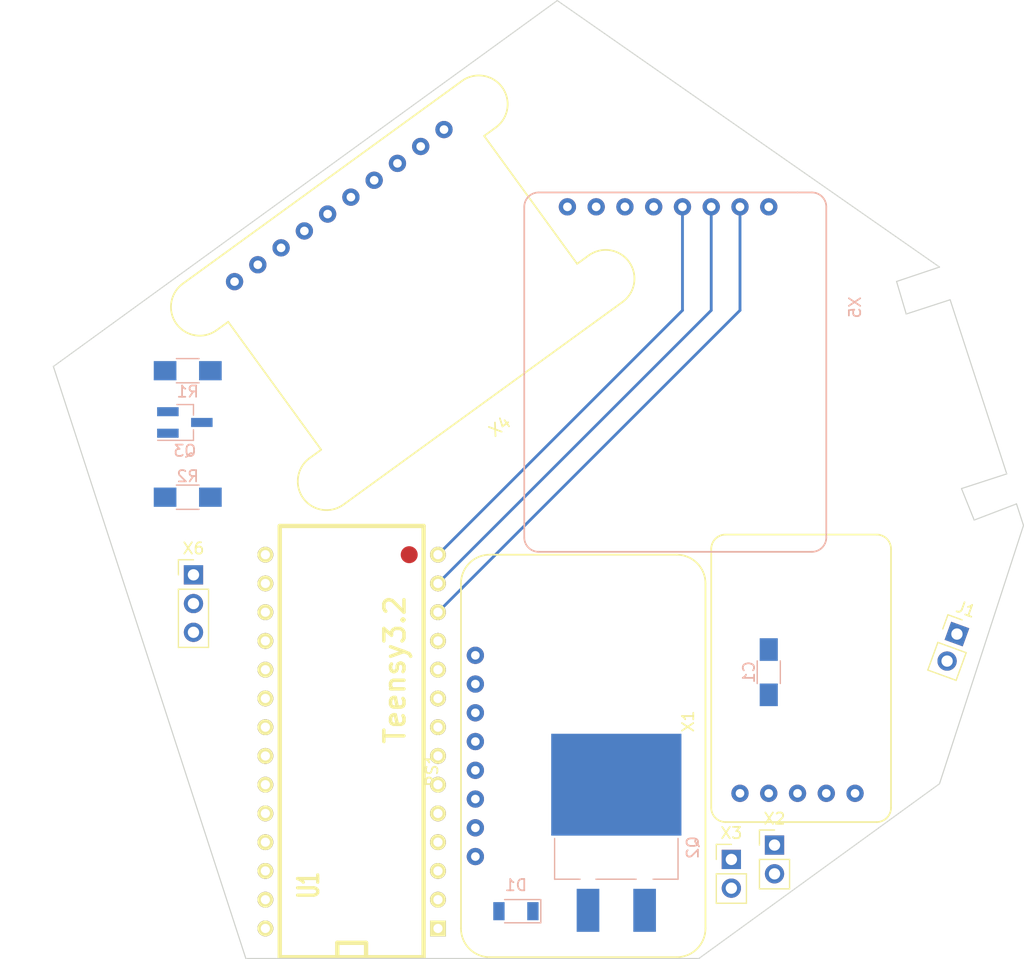
<source format=kicad_pcb>
(kicad_pcb (version 4) (host pcbnew 4.0.5)

  (general
    (links 33)
    (no_connects 30)
    (area 156.234421 25.159843 242.000055 109.896142)
    (thickness 1.6)
    (drawings 15)
    (tracks 7)
    (zones 0)
    (modules 15)
    (nets 51)
  )

  (page A4)
  (layers
    (0 F.Cu signal)
    (31 B.Cu signal)
    (32 B.Adhes user)
    (33 F.Adhes user)
    (34 B.Paste user)
    (35 F.Paste user)
    (36 B.SilkS user)
    (37 F.SilkS user)
    (38 B.Mask user)
    (39 F.Mask user)
    (40 Dwgs.User user)
    (41 Cmts.User user)
    (42 Eco1.User user)
    (43 Eco2.User user)
    (44 Edge.Cuts user)
    (45 Margin user)
    (46 B.CrtYd user)
    (47 F.CrtYd user)
    (48 B.Fab user)
    (49 F.Fab user)
  )

  (setup
    (last_trace_width 0.25)
    (trace_clearance 0.2)
    (zone_clearance 0.508)
    (zone_45_only no)
    (trace_min 0.2)
    (segment_width 0.2)
    (edge_width 0.15)
    (via_size 1.5)
    (via_drill 0.9)
    (via_min_size 0.4)
    (via_min_drill 0.3)
    (uvia_size 0.3)
    (uvia_drill 0.1)
    (uvias_allowed no)
    (uvia_min_size 0.2)
    (uvia_min_drill 0.1)
    (pcb_text_width 0.3)
    (pcb_text_size 1.5 1.5)
    (mod_edge_width 0.15)
    (mod_text_size 1 1)
    (mod_text_width 0.15)
    (pad_size 1.524 1.524)
    (pad_drill 0.762)
    (pad_to_mask_clearance 0.2)
    (aux_axis_origin 0 0)
    (visible_elements FFFFEF7F)
    (pcbplotparams
      (layerselection 0x00030_80000001)
      (usegerberextensions false)
      (excludeedgelayer true)
      (linewidth 0.100000)
      (plotframeref false)
      (viasonmask false)
      (mode 1)
      (useauxorigin false)
      (hpglpennumber 1)
      (hpglpenspeed 20)
      (hpglpendiameter 15)
      (hpglpenoverlay 2)
      (psnegative false)
      (psa4output false)
      (plotreference true)
      (plotvalue true)
      (plotinvisibletext false)
      (padsonsilk false)
      (subtractmaskfromsilk false)
      (outputformat 1)
      (mirror false)
      (drillshape 1)
      (scaleselection 1)
      (outputdirectory ""))
  )

  (net 0 "")
  (net 1 GND)
  (net 2 "Net-(D1-Pad1)")
  (net 3 +5V)
  (net 4 "Net-(Q2-Pad2)")
  (net 5 "Net-(Q3-Pad1)")
  (net 6 +3V3)
  (net 7 "Net-(Q3-Pad3)")
  (net 8 "Net-(U1-Pad2)")
  (net 9 "Net-(U1-Pad3)")
  (net 10 "Net-(U1-Pad4)")
  (net 11 "Net-(U1-Pad5)")
  (net 12 "Net-(U1-Pad6)")
  (net 13 "Net-(U1-Pad7)")
  (net 14 "Net-(U1-Pad8)")
  (net 15 "Net-(U1-Pad9)")
  (net 16 "Net-(U1-Pad10)")
  (net 17 "Net-(U1-Pad11)")
  (net 18 "Net-(U1-Pad12)")
  (net 19 "Net-(U1-Pad13)")
  (net 20 "Net-(U1-Pad14)")
  (net 21 "Net-(U1-Pad15)")
  (net 22 "Net-(U1-Pad16)")
  (net 23 "Net-(U1-Pad17)")
  (net 24 "Net-(U1-Pad18)")
  (net 25 "Net-(U1-Pad19)")
  (net 26 "Net-(U1-Pad20)")
  (net 27 "Net-(U1-Pad21)")
  (net 28 "Net-(U1-Pad22)")
  (net 29 "Net-(U1-Pad24)")
  (net 30 "Net-(U1-Pad25)")
  (net 31 "Net-(U1-Pad26)")
  (net 32 "Net-(U1-Pad27)")
  (net 33 "Net-(U1-Pad28)")
  (net 34 "Net-(U1-Pad29)")
  (net 35 "Net-(X5-Pad1)")
  (net 36 "Net-(X5-Pad7)")
  (net 37 "Net-(C1-Pad1)")
  (net 38 "Net-(PS1-Pad1)")
  (net 39 "Net-(PS1-Pad2)")
  (net 40 "Net-(PS1-Pad3)")
  (net 41 "Net-(PS1-Pad5)")
  (net 42 LB)
  (net 43 "Net-(Q2-Pad1)")
  (net 44 "Net-(X1-Pad3)")
  (net 45 "Net-(X4-Pad2)")
  (net 46 "Net-(X4-Pad6)")
  (net 47 "Net-(X4-Pad7)")
  (net 48 "Net-(X4-Pad8)")
  (net 49 "Net-(X4-Pad9)")
  (net 50 "Net-(X4-Pad10)")

  (net_class Default "This is the default net class."
    (clearance 0.2)
    (trace_width 0.25)
    (via_dia 1.5)
    (via_drill 0.9)
    (uvia_dia 0.3)
    (uvia_drill 0.1)
    (add_net +3V3)
    (add_net +5V)
    (add_net GND)
    (add_net LB)
    (add_net "Net-(C1-Pad1)")
    (add_net "Net-(D1-Pad1)")
    (add_net "Net-(PS1-Pad1)")
    (add_net "Net-(PS1-Pad2)")
    (add_net "Net-(PS1-Pad3)")
    (add_net "Net-(PS1-Pad5)")
    (add_net "Net-(Q2-Pad1)")
    (add_net "Net-(Q2-Pad2)")
    (add_net "Net-(Q3-Pad1)")
    (add_net "Net-(Q3-Pad3)")
    (add_net "Net-(U1-Pad10)")
    (add_net "Net-(U1-Pad11)")
    (add_net "Net-(U1-Pad12)")
    (add_net "Net-(U1-Pad13)")
    (add_net "Net-(U1-Pad14)")
    (add_net "Net-(U1-Pad15)")
    (add_net "Net-(U1-Pad16)")
    (add_net "Net-(U1-Pad17)")
    (add_net "Net-(U1-Pad18)")
    (add_net "Net-(U1-Pad19)")
    (add_net "Net-(U1-Pad2)")
    (add_net "Net-(U1-Pad20)")
    (add_net "Net-(U1-Pad21)")
    (add_net "Net-(U1-Pad22)")
    (add_net "Net-(U1-Pad24)")
    (add_net "Net-(U1-Pad25)")
    (add_net "Net-(U1-Pad26)")
    (add_net "Net-(U1-Pad27)")
    (add_net "Net-(U1-Pad28)")
    (add_net "Net-(U1-Pad29)")
    (add_net "Net-(U1-Pad3)")
    (add_net "Net-(U1-Pad4)")
    (add_net "Net-(U1-Pad5)")
    (add_net "Net-(U1-Pad6)")
    (add_net "Net-(U1-Pad7)")
    (add_net "Net-(U1-Pad8)")
    (add_net "Net-(U1-Pad9)")
    (add_net "Net-(X1-Pad3)")
    (add_net "Net-(X4-Pad10)")
    (add_net "Net-(X4-Pad2)")
    (add_net "Net-(X4-Pad6)")
    (add_net "Net-(X4-Pad7)")
    (add_net "Net-(X4-Pad8)")
    (add_net "Net-(X4-Pad9)")
    (add_net "Net-(X5-Pad1)")
    (add_net "Net-(X5-Pad7)")
  )

  (net_class Power ""
    (clearance 0.3)
    (trace_width 1)
    (via_dia 1.9)
    (via_drill 0.9)
    (uvia_dia 0.3)
    (uvia_drill 0.1)
  )

  (module adafruit:adafruit_PAM8302A (layer F.Cu) (tedit 58D12E57) (tstamp 58D146B5)
    (at 219.456 88.9 90)
    (path /58CE8183)
    (fp_text reference X1 (at 0 -7.12 90) (layer F.SilkS)
      (effects (font (size 1 1) (thickness 0.15)))
    )
    (fp_text value AdafruitPAM8302A (at 0 -8.12 90) (layer F.Fab)
      (effects (font (size 1 1) (thickness 0.15)))
    )
    (fp_arc (start -7.62 -3.81) (end -8.89 -3.81) (angle 90) (layer F.SilkS) (width 0.15))
    (fp_arc (start -7.62 9.525) (end -7.62 10.795) (angle 90) (layer F.SilkS) (width 0.15))
    (fp_arc (start 15.24 9.525) (end 16.51 9.525) (angle 90) (layer F.SilkS) (width 0.15))
    (fp_arc (start 15.24 -3.81) (end 15.24 -5.08) (angle 90) (layer F.SilkS) (width 0.15))
    (fp_line (start 15.24 10.795) (end -7.62 10.795) (layer F.SilkS) (width 0.15))
    (fp_line (start 16.51 -3.81) (end 16.51 9.525) (layer F.SilkS) (width 0.15))
    (fp_line (start -7.62 -5.08) (end 15.24 -5.08) (layer F.SilkS) (width 0.15))
    (fp_line (start -8.89 -3.81) (end -8.89 9.525) (layer F.SilkS) (width 0.15))
    (pad 1 thru_hole circle (at -6.35 -2.54 90) (size 1.524 1.524) (drill 0.762) (layers *.Cu *.Mask)
      (net 25 "Net-(U1-Pad19)"))
    (pad 2 thru_hole circle (at -6.35 0 90) (size 1.524 1.524) (drill 0.762) (layers *.Cu *.Mask)
      (net 1 GND))
    (pad 3 thru_hole circle (at -6.35 2.54 90) (size 1.524 1.524) (drill 0.762) (layers *.Cu *.Mask)
      (net 44 "Net-(X1-Pad3)"))
    (pad 4 thru_hole circle (at -6.35 5.08 90) (size 1.524 1.524) (drill 0.762) (layers *.Cu *.Mask)
      (net 3 +5V))
    (pad 5 thru_hole circle (at -6.35 7.62 90) (size 1.524 1.524) (drill 0.762) (layers *.Cu *.Mask)
      (net 1 GND))
  )

  (module Pin_Headers:Pin_Header_Straight_1x02_Pitch2.54mm (layer F.Cu) (tedit 58CD4EC1) (tstamp 58D0F626)
    (at 236.072731 81.179181 340)
    (descr "Through hole straight pin header, 1x02, 2.54mm pitch, single row")
    (tags "Through hole pin header THT 1x02 2.54mm single row")
    (path /58D147B0)
    (fp_text reference J1 (at 0 -2.33 340) (layer F.SilkS)
      (effects (font (size 1 1) (thickness 0.15)))
    )
    (fp_text value CONN_01X02 (at 0 4.87 340) (layer F.Fab)
      (effects (font (size 1 1) (thickness 0.15)))
    )
    (fp_line (start -1.27 -1.27) (end -1.27 3.81) (layer F.Fab) (width 0.1))
    (fp_line (start -1.27 3.81) (end 1.27 3.81) (layer F.Fab) (width 0.1))
    (fp_line (start 1.27 3.81) (end 1.27 -1.27) (layer F.Fab) (width 0.1))
    (fp_line (start 1.27 -1.27) (end -1.27 -1.27) (layer F.Fab) (width 0.1))
    (fp_line (start -1.33 1.27) (end -1.33 3.87) (layer F.SilkS) (width 0.12))
    (fp_line (start -1.33 3.87) (end 1.33 3.87) (layer F.SilkS) (width 0.12))
    (fp_line (start 1.33 3.87) (end 1.33 1.27) (layer F.SilkS) (width 0.12))
    (fp_line (start 1.33 1.27) (end -1.33 1.27) (layer F.SilkS) (width 0.12))
    (fp_line (start -1.33 0) (end -1.33 -1.33) (layer F.SilkS) (width 0.12))
    (fp_line (start -1.33 -1.33) (end 0 -1.33) (layer F.SilkS) (width 0.12))
    (fp_line (start -1.8 -1.8) (end -1.8 4.35) (layer F.CrtYd) (width 0.05))
    (fp_line (start -1.8 4.35) (end 1.8 4.35) (layer F.CrtYd) (width 0.05))
    (fp_line (start 1.8 4.35) (end 1.8 -1.8) (layer F.CrtYd) (width 0.05))
    (fp_line (start 1.8 -1.8) (end -1.8 -1.8) (layer F.CrtYd) (width 0.05))
    (fp_text user %R (at 0 -2.33 340) (layer F.Fab)
      (effects (font (size 1 1) (thickness 0.15)))
    )
    (pad 1 thru_hole rect (at 0 0 340) (size 1.7 1.7) (drill 1) (layers *.Cu *.Mask)
      (net 37 "Net-(C1-Pad1)"))
    (pad 2 thru_hole oval (at 0 2.54 340) (size 1.7 1.7) (drill 1) (layers *.Cu *.Mask)
      (net 1 GND))
    (model ${KISYS3DMOD}/Pin_Headers.3dshapes/Pin_Header_Straight_1x02_Pitch2.54mm.wrl
      (at (xyz 0 -0.05 0))
      (scale (xyz 1 1 1))
      (rotate (xyz 0 0 90))
    )
  )

  (module TO_SOT_Packages_SMD:SOT-404 (layer B.Cu) (tedit 58CE4E7F) (tstamp 58D0F62D)
    (at 205.994 100.038 90)
    (descr SOT404)
    (tags SOT-404)
    (path /58CFBE83)
    (attr smd)
    (fp_text reference Q2 (at 0 6.75 90) (layer B.SilkS)
      (effects (font (size 1 1) (thickness 0.15)) (justify mirror))
    )
    (fp_text value Q_NMOS_GDS (at 0 -6.95 90) (layer B.Fab)
      (effects (font (size 1 1) (thickness 0.15)) (justify mirror))
    )
    (fp_text user %R (at 1.16 0 90) (layer B.Fab)
      (effects (font (size 1 1) (thickness 0.15)) (justify mirror))
    )
    (fp_line (start -2.8 3.25) (end -2.8 5.45) (layer B.SilkS) (width 0.12))
    (fp_line (start -2.8 5.45) (end 0.8 5.45) (layer B.SilkS) (width 0.12))
    (fp_line (start -2.8 -1.8) (end -2.8 1.75) (layer B.SilkS) (width 0.12))
    (fp_line (start 0.8 -5.45) (end -2.8 -5.45) (layer B.SilkS) (width 0.12))
    (fp_line (start -2.8 -5.45) (end -2.8 -3.2) (layer B.SilkS) (width 0.12))
    (fp_line (start 6.97 5) (end 9.33 5) (layer B.Fab) (width 0.1))
    (fp_line (start 9.33 5) (end 9.33 -5) (layer B.Fab) (width 0.1))
    (fp_line (start 9.33 -5) (end 6.97 -5) (layer B.Fab) (width 0.1))
    (fp_line (start -7.01 -3) (end -2.68 -3) (layer B.Fab) (width 0.1))
    (fp_line (start -7.01 -1.99) (end -7.01 -3) (layer B.Fab) (width 0.1))
    (fp_line (start -2.68 -1.99) (end -7.01 -1.99) (layer B.Fab) (width 0.1))
    (fp_line (start -2.68 3) (end -7.01 3) (layer B.Fab) (width 0.1))
    (fp_line (start -7.01 3) (end -7.01 1.99) (layer B.Fab) (width 0.1))
    (fp_line (start -7.01 1.99) (end -2.68 1.99) (layer B.Fab) (width 0.1))
    (fp_line (start 6.97 5.35) (end 6.97 -5.35) (layer B.Fab) (width 0.1))
    (fp_line (start 6.97 -5.35) (end -2.68 -5.35) (layer B.Fab) (width 0.1))
    (fp_line (start -2.68 -5.35) (end -2.68 5.35) (layer B.Fab) (width 0.1))
    (fp_line (start -2.68 5.35) (end 6.97 5.35) (layer B.Fab) (width 0.1))
    (fp_line (start 10.3 6) (end 10.3 -6) (layer B.CrtYd) (width 0.05))
    (fp_line (start 10.3 6) (end -7.7 6) (layer B.CrtYd) (width 0.05))
    (fp_line (start -7.7 -6) (end 10.3 -6) (layer B.CrtYd) (width 0.05))
    (fp_line (start -7.7 -6) (end -7.7 6) (layer B.CrtYd) (width 0.05))
    (pad 1 smd rect (at -5.55 2.5 180) (size 2 3.8) (layers B.Cu B.Paste B.Mask)
      (net 43 "Net-(Q2-Pad1)"))
    (pad 3 smd rect (at -5.55 -2.5 180) (size 2 3.8) (layers B.Cu B.Paste B.Mask)
      (net 1 GND))
    (pad 2 smd rect (at 5.55 0 180) (size 11.5 9) (layers B.Cu B.Paste B.Mask)
      (net 4 "Net-(Q2-Pad2)"))
    (model ${KISYS3DMOD}/TO_SOT_Packages_SMD.3dshapes/SOT-404.wrl
      (at (xyz 0 0 0))
      (scale (xyz 1 1 1))
      (rotate (xyz 0 0 90))
    )
  )

  (module TO_SOT_Packages_SMD:SOT-23_Handsoldering (layer B.Cu) (tedit 58CE4E7E) (tstamp 58D0F634)
    (at 167.894 62.484)
    (descr "SOT-23, Handsoldering")
    (tags SOT-23)
    (path /58CFB975)
    (attr smd)
    (fp_text reference Q3 (at 0 2.5) (layer B.SilkS)
      (effects (font (size 1 1) (thickness 0.15)) (justify mirror))
    )
    (fp_text value Q_NMOS_GSD (at -11.3411 0.8636) (layer B.Fab)
      (effects (font (size 1 1) (thickness 0.15)) (justify mirror))
    )
    (fp_text user %R (at 0 0) (layer B.Fab)
      (effects (font (size 0.5 0.5) (thickness 0.075)) (justify mirror))
    )
    (fp_line (start 0.76 -1.58) (end 0.76 -0.65) (layer B.SilkS) (width 0.12))
    (fp_line (start 0.76 1.58) (end 0.76 0.65) (layer B.SilkS) (width 0.12))
    (fp_line (start -2.7 1.75) (end 2.7 1.75) (layer B.CrtYd) (width 0.05))
    (fp_line (start 2.7 1.75) (end 2.7 -1.75) (layer B.CrtYd) (width 0.05))
    (fp_line (start 2.7 -1.75) (end -2.7 -1.75) (layer B.CrtYd) (width 0.05))
    (fp_line (start -2.7 -1.75) (end -2.7 1.75) (layer B.CrtYd) (width 0.05))
    (fp_line (start 0.76 1.58) (end -2.4 1.58) (layer B.SilkS) (width 0.12))
    (fp_line (start -0.7 0.95) (end -0.7 -1.5) (layer B.Fab) (width 0.1))
    (fp_line (start -0.15 1.52) (end 0.7 1.52) (layer B.Fab) (width 0.1))
    (fp_line (start -0.7 0.95) (end -0.15 1.52) (layer B.Fab) (width 0.1))
    (fp_line (start 0.7 1.52) (end 0.7 -1.52) (layer B.Fab) (width 0.1))
    (fp_line (start -0.7 -1.52) (end 0.7 -1.52) (layer B.Fab) (width 0.1))
    (fp_line (start 0.76 -1.58) (end -0.7 -1.58) (layer B.SilkS) (width 0.12))
    (pad 1 smd rect (at -1.5 0.95) (size 1.9 0.8) (layers B.Cu B.Paste B.Mask)
      (net 5 "Net-(Q3-Pad1)"))
    (pad 2 smd rect (at -1.5 -0.95) (size 1.9 0.8) (layers B.Cu B.Paste B.Mask)
      (net 6 +3V3))
    (pad 3 smd rect (at 1.5 0) (size 1.9 0.8) (layers B.Cu B.Paste B.Mask)
      (net 7 "Net-(Q3-Pad3)"))
    (model ${KISYS3DMOD}/TO_SOT_Packages_SMD.3dshapes\SOT-23_Handsoldering.wrl
      (at (xyz 0 0 0))
      (scale (xyz 1 1 1))
      (rotate (xyz 0 0 90))
    )
  )

  (module teensy:TEENSY-3.X (layer F.Cu) (tedit 5452033C) (tstamp 58D0F661)
    (at 182.626 90.678 90)
    (descr "Teensy 3.x")
    (tags DIL)
    (path /58CE54FA)
    (fp_text reference U1 (at -12.7 -3.81 90) (layer F.SilkS)
      (effects (font (size 1.778 1.143) (thickness 0.3048)))
    )
    (fp_text value Teensy3.2 (at 6.35 3.81 90) (layer F.SilkS)
      (effects (font (size 1.778 1.778) (thickness 0.3048)))
    )
    (fp_line (start -19.05 -1.27) (end -19.05 -1.27) (layer F.SilkS) (width 0.381))
    (fp_line (start -19.05 -1.27) (end -17.78 -1.27) (layer F.SilkS) (width 0.381))
    (fp_line (start -17.78 -1.27) (end -17.78 1.27) (layer F.SilkS) (width 0.381))
    (fp_line (start -17.78 1.27) (end -19.05 1.27) (layer F.SilkS) (width 0.381))
    (fp_line (start -19.05 -6.35) (end 19.05 -6.35) (layer F.SilkS) (width 0.381))
    (fp_line (start 19.05 -6.35) (end 19.05 6.35) (layer F.SilkS) (width 0.381))
    (fp_line (start 19.05 6.35) (end -19.05 6.35) (layer F.SilkS) (width 0.381))
    (fp_line (start -19.05 6.35) (end -19.05 -6.35) (layer F.SilkS) (width 0.381))
    (pad 1 thru_hole rect (at -16.51 7.62 90) (size 1.397 1.397) (drill 0.8128) (layers *.Cu *.Mask F.SilkS)
      (net 1 GND))
    (pad 2 thru_hole circle (at -13.97 7.62 90) (size 1.397 1.397) (drill 0.8128) (layers *.Cu *.Mask F.SilkS)
      (net 8 "Net-(U1-Pad2)"))
    (pad 3 thru_hole circle (at -11.43 7.62 90) (size 1.397 1.397) (drill 0.8128) (layers *.Cu *.Mask F.SilkS)
      (net 9 "Net-(U1-Pad3)"))
    (pad 4 thru_hole circle (at -8.89 7.62 90) (size 1.397 1.397) (drill 0.8128) (layers *.Cu *.Mask F.SilkS)
      (net 10 "Net-(U1-Pad4)"))
    (pad 5 thru_hole circle (at -6.35 7.62 90) (size 1.397 1.397) (drill 0.8128) (layers *.Cu *.Mask F.SilkS)
      (net 11 "Net-(U1-Pad5)"))
    (pad 6 thru_hole circle (at -3.81 7.62 90) (size 1.397 1.397) (drill 0.8128) (layers *.Cu *.Mask F.SilkS)
      (net 12 "Net-(U1-Pad6)"))
    (pad 7 thru_hole circle (at -1.27 7.62 90) (size 1.397 1.397) (drill 0.8128) (layers *.Cu *.Mask F.SilkS)
      (net 13 "Net-(U1-Pad7)"))
    (pad 8 thru_hole circle (at 1.27 7.62 90) (size 1.397 1.397) (drill 0.8128) (layers *.Cu *.Mask F.SilkS)
      (net 14 "Net-(U1-Pad8)"))
    (pad 9 thru_hole circle (at 3.81 7.62 90) (size 1.397 1.397) (drill 0.8128) (layers *.Cu *.Mask F.SilkS)
      (net 15 "Net-(U1-Pad9)"))
    (pad 10 thru_hole circle (at 6.35 7.62 90) (size 1.397 1.397) (drill 0.8128) (layers *.Cu *.Mask F.SilkS)
      (net 16 "Net-(U1-Pad10)"))
    (pad 11 thru_hole circle (at 8.89 7.62 90) (size 1.397 1.397) (drill 0.8128) (layers *.Cu *.Mask F.SilkS)
      (net 17 "Net-(U1-Pad11)"))
    (pad 12 thru_hole circle (at 11.43 7.62 90) (size 1.397 1.397) (drill 0.8128) (layers *.Cu *.Mask F.SilkS)
      (net 18 "Net-(U1-Pad12)"))
    (pad 13 thru_hole circle (at 13.97 7.62 90) (size 1.397 1.397) (drill 0.8128) (layers *.Cu *.Mask F.SilkS)
      (net 19 "Net-(U1-Pad13)"))
    (pad 14 thru_hole circle (at 16.51 7.62 90) (size 1.397 1.397) (drill 0.8128) (layers *.Cu *.Mask F.SilkS)
      (net 20 "Net-(U1-Pad14)"))
    (pad 15 thru_hole circle (at 16.51 -7.62 90) (size 1.397 1.397) (drill 0.8128) (layers *.Cu *.Mask F.SilkS)
      (net 21 "Net-(U1-Pad15)"))
    (pad 16 thru_hole circle (at 13.97 -7.62 90) (size 1.397 1.397) (drill 0.8128) (layers *.Cu *.Mask F.SilkS)
      (net 22 "Net-(U1-Pad16)"))
    (pad 17 thru_hole circle (at 11.43 -7.62 90) (size 1.397 1.397) (drill 0.8128) (layers *.Cu *.Mask F.SilkS)
      (net 23 "Net-(U1-Pad17)"))
    (pad 18 thru_hole circle (at 8.89 -7.62 90) (size 1.397 1.397) (drill 0.8128) (layers *.Cu *.Mask F.SilkS)
      (net 24 "Net-(U1-Pad18)"))
    (pad 19 thru_hole circle (at 6.35 -7.62 90) (size 1.397 1.397) (drill 0.8128) (layers *.Cu *.Mask F.SilkS)
      (net 25 "Net-(U1-Pad19)"))
    (pad 20 thru_hole circle (at 3.81 -7.62 90) (size 1.397 1.397) (drill 0.8128) (layers *.Cu *.Mask F.SilkS)
      (net 26 "Net-(U1-Pad20)"))
    (pad 21 thru_hole circle (at 1.27 -7.62 90) (size 1.397 1.397) (drill 0.8128) (layers *.Cu *.Mask F.SilkS)
      (net 27 "Net-(U1-Pad21)"))
    (pad 22 thru_hole circle (at -1.27 -7.62 90) (size 1.397 1.397) (drill 0.8128) (layers *.Cu *.Mask F.SilkS)
      (net 28 "Net-(U1-Pad22)"))
    (pad 23 thru_hole circle (at -3.81 -7.62 90) (size 1.397 1.397) (drill 0.8128) (layers *.Cu *.Mask F.SilkS)
      (net 4 "Net-(Q2-Pad2)"))
    (pad 24 thru_hole circle (at -6.35 -7.62 90) (size 1.397 1.397) (drill 0.8128) (layers *.Cu *.Mask F.SilkS)
      (net 29 "Net-(U1-Pad24)"))
    (pad 25 thru_hole circle (at -8.89 -7.62 90) (size 1.397 1.397) (drill 0.8128) (layers *.Cu *.Mask F.SilkS)
      (net 30 "Net-(U1-Pad25)"))
    (pad 26 thru_hole circle (at -11.43 -7.62 90) (size 1.397 1.397) (drill 0.8128) (layers *.Cu *.Mask F.SilkS)
      (net 31 "Net-(U1-Pad26)"))
    (pad 27 thru_hole circle (at -13.97 -7.62 90) (size 1.397 1.397) (drill 0.8128) (layers *.Cu *.Mask F.SilkS)
      (net 32 "Net-(U1-Pad27)"))
    (pad 28 thru_hole circle (at -16.51 -7.62 90) (size 1.397 1.397) (drill 0.8128) (layers *.Cu *.Mask F.SilkS)
      (net 33 "Net-(U1-Pad28)"))
    (pad 29 smd circle (at 16.51 5.08 90) (size 1.5 1.5) (layers F.Cu F.Paste F.Mask)
      (net 34 "Net-(U1-Pad29)"))
    (model dil/dil_28-w600.wrl
      (at (xyz 0 0 0))
      (scale (xyz 1 1 1))
      (rotate (xyz 0 0 0))
    )
  )

  (module Pin_Headers:Pin_Header_Straight_1x02_Pitch2.54mm (layer F.Cu) (tedit 58CD4EC1) (tstamp 58D0F667)
    (at 219.964 99.822)
    (descr "Through hole straight pin header, 1x02, 2.54mm pitch, single row")
    (tags "Through hole pin header THT 1x02 2.54mm single row")
    (path /58CFC6F6)
    (fp_text reference X2 (at 0 -2.33) (layer F.SilkS)
      (effects (font (size 1 1) (thickness 0.15)))
    )
    (fp_text value vibr_motor (at 0 4.87) (layer F.Fab)
      (effects (font (size 1 1) (thickness 0.15)))
    )
    (fp_line (start -1.27 -1.27) (end -1.27 3.81) (layer F.Fab) (width 0.1))
    (fp_line (start -1.27 3.81) (end 1.27 3.81) (layer F.Fab) (width 0.1))
    (fp_line (start 1.27 3.81) (end 1.27 -1.27) (layer F.Fab) (width 0.1))
    (fp_line (start 1.27 -1.27) (end -1.27 -1.27) (layer F.Fab) (width 0.1))
    (fp_line (start -1.33 1.27) (end -1.33 3.87) (layer F.SilkS) (width 0.12))
    (fp_line (start -1.33 3.87) (end 1.33 3.87) (layer F.SilkS) (width 0.12))
    (fp_line (start 1.33 3.87) (end 1.33 1.27) (layer F.SilkS) (width 0.12))
    (fp_line (start 1.33 1.27) (end -1.33 1.27) (layer F.SilkS) (width 0.12))
    (fp_line (start -1.33 0) (end -1.33 -1.33) (layer F.SilkS) (width 0.12))
    (fp_line (start -1.33 -1.33) (end 0 -1.33) (layer F.SilkS) (width 0.12))
    (fp_line (start -1.8 -1.8) (end -1.8 4.35) (layer F.CrtYd) (width 0.05))
    (fp_line (start -1.8 4.35) (end 1.8 4.35) (layer F.CrtYd) (width 0.05))
    (fp_line (start 1.8 4.35) (end 1.8 -1.8) (layer F.CrtYd) (width 0.05))
    (fp_line (start 1.8 -1.8) (end -1.8 -1.8) (layer F.CrtYd) (width 0.05))
    (fp_text user %R (at 0 -2.33) (layer F.Fab)
      (effects (font (size 1 1) (thickness 0.15)))
    )
    (pad 1 thru_hole rect (at 0 0) (size 1.7 1.7) (drill 1) (layers *.Cu *.Mask)
      (net 43 "Net-(Q2-Pad1)"))
    (pad 2 thru_hole oval (at 0 2.54) (size 1.7 1.7) (drill 1) (layers *.Cu *.Mask)
      (net 6 +3V3))
    (model ${KISYS3DMOD}/Pin_Headers.3dshapes/Pin_Header_Straight_1x02_Pitch2.54mm.wrl
      (at (xyz 0 -0.05 0))
      (scale (xyz 1 1 1))
      (rotate (xyz 0 0 90))
    )
  )

  (module Pin_Headers:Pin_Header_Straight_1x02_Pitch2.54mm (layer F.Cu) (tedit 58CD4EC1) (tstamp 58D0F66D)
    (at 216.154 101.092)
    (descr "Through hole straight pin header, 1x02, 2.54mm pitch, single row")
    (tags "Through hole pin header THT 1x02 2.54mm single row")
    (path /58CE86CC)
    (fp_text reference X3 (at 0 -2.33) (layer F.SilkS)
      (effects (font (size 1 1) (thickness 0.15)))
    )
    (fp_text value vibr_motor (at 0 4.87) (layer F.Fab)
      (effects (font (size 1 1) (thickness 0.15)))
    )
    (fp_line (start -1.27 -1.27) (end -1.27 3.81) (layer F.Fab) (width 0.1))
    (fp_line (start -1.27 3.81) (end 1.27 3.81) (layer F.Fab) (width 0.1))
    (fp_line (start 1.27 3.81) (end 1.27 -1.27) (layer F.Fab) (width 0.1))
    (fp_line (start 1.27 -1.27) (end -1.27 -1.27) (layer F.Fab) (width 0.1))
    (fp_line (start -1.33 1.27) (end -1.33 3.87) (layer F.SilkS) (width 0.12))
    (fp_line (start -1.33 3.87) (end 1.33 3.87) (layer F.SilkS) (width 0.12))
    (fp_line (start 1.33 3.87) (end 1.33 1.27) (layer F.SilkS) (width 0.12))
    (fp_line (start 1.33 1.27) (end -1.33 1.27) (layer F.SilkS) (width 0.12))
    (fp_line (start -1.33 0) (end -1.33 -1.33) (layer F.SilkS) (width 0.12))
    (fp_line (start -1.33 -1.33) (end 0 -1.33) (layer F.SilkS) (width 0.12))
    (fp_line (start -1.8 -1.8) (end -1.8 4.35) (layer F.CrtYd) (width 0.05))
    (fp_line (start -1.8 4.35) (end 1.8 4.35) (layer F.CrtYd) (width 0.05))
    (fp_line (start 1.8 4.35) (end 1.8 -1.8) (layer F.CrtYd) (width 0.05))
    (fp_line (start 1.8 -1.8) (end -1.8 -1.8) (layer F.CrtYd) (width 0.05))
    (fp_text user %R (at 0 -2.33) (layer F.Fab)
      (effects (font (size 1 1) (thickness 0.15)))
    )
    (pad 1 thru_hole rect (at 0 0) (size 1.7 1.7) (drill 1) (layers *.Cu *.Mask)
      (net 43 "Net-(Q2-Pad1)"))
    (pad 2 thru_hole oval (at 0 2.54) (size 1.7 1.7) (drill 1) (layers *.Cu *.Mask)
      (net 6 +3V3))
    (model ${KISYS3DMOD}/Pin_Headers.3dshapes/Pin_Header_Straight_1x02_Pitch2.54mm.wrl
      (at (xyz 0 -0.05 0))
      (scale (xyz 1 1 1))
      (rotate (xyz 0 0 90))
    )
  )

  (module Pin_Headers:Pin_Header_Straight_1x03_Pitch2.54mm (layer F.Cu) (tedit 58CD4EC1) (tstamp 58D0F674)
    (at 168.656 75.946)
    (descr "Through hole straight pin header, 1x03, 2.54mm pitch, single row")
    (tags "Through hole pin header THT 1x03 2.54mm single row")
    (path /58CE7C62)
    (fp_text reference X6 (at 0 -2.33) (layer F.SilkS)
      (effects (font (size 1 1) (thickness 0.15)))
    )
    (fp_text value NeopixelConn (at 0 7.41) (layer F.Fab)
      (effects (font (size 1 1) (thickness 0.15)))
    )
    (fp_line (start -1.27 -1.27) (end -1.27 6.35) (layer F.Fab) (width 0.1))
    (fp_line (start -1.27 6.35) (end 1.27 6.35) (layer F.Fab) (width 0.1))
    (fp_line (start 1.27 6.35) (end 1.27 -1.27) (layer F.Fab) (width 0.1))
    (fp_line (start 1.27 -1.27) (end -1.27 -1.27) (layer F.Fab) (width 0.1))
    (fp_line (start -1.33 1.27) (end -1.33 6.41) (layer F.SilkS) (width 0.12))
    (fp_line (start -1.33 6.41) (end 1.33 6.41) (layer F.SilkS) (width 0.12))
    (fp_line (start 1.33 6.41) (end 1.33 1.27) (layer F.SilkS) (width 0.12))
    (fp_line (start 1.33 1.27) (end -1.33 1.27) (layer F.SilkS) (width 0.12))
    (fp_line (start -1.33 0) (end -1.33 -1.33) (layer F.SilkS) (width 0.12))
    (fp_line (start -1.33 -1.33) (end 0 -1.33) (layer F.SilkS) (width 0.12))
    (fp_line (start -1.8 -1.8) (end -1.8 6.85) (layer F.CrtYd) (width 0.05))
    (fp_line (start -1.8 6.85) (end 1.8 6.85) (layer F.CrtYd) (width 0.05))
    (fp_line (start 1.8 6.85) (end 1.8 -1.8) (layer F.CrtYd) (width 0.05))
    (fp_line (start 1.8 -1.8) (end -1.8 -1.8) (layer F.CrtYd) (width 0.05))
    (fp_text user %R (at 0 -2.33) (layer F.Fab)
      (effects (font (size 1 1) (thickness 0.15)))
    )
    (pad 1 thru_hole rect (at 0 0) (size 1.7 1.7) (drill 1) (layers *.Cu *.Mask)
      (net 5 "Net-(Q3-Pad1)"))
    (pad 2 thru_hole oval (at 0 2.54) (size 1.7 1.7) (drill 1) (layers *.Cu *.Mask)
      (net 3 +5V))
    (pad 3 thru_hole oval (at 0 5.08) (size 1.7 1.7) (drill 1) (layers *.Cu *.Mask)
      (net 1 GND))
    (model ${KISYS3DMOD}/Pin_Headers.3dshapes/Pin_Header_Straight_1x03_Pitch2.54mm.wrl
      (at (xyz 0 -0.1 0))
      (scale (xyz 1 1 1))
      (rotate (xyz 0 0 90))
    )
  )

  (module adafruit:adafruit_5v_microsd_breakout (layer B.Cu) (tedit 58D101B8) (tstamp 58D1049C)
    (at 210.566 52.324 90)
    (path /58CE6620)
    (fp_text reference X5 (at 0 16.51 90) (layer B.SilkS)
      (effects (font (size 1 1) (thickness 0.15)) (justify mirror))
    )
    (fp_text value Adafruit5VmicroSD (at 0 19.05 90) (layer B.Fab)
      (effects (font (size 1 1) (thickness 0.15)) (justify mirror))
    )
    (fp_arc (start 8.89 -11.43) (end 10.16 -11.43) (angle -90) (layer B.SilkS) (width 0.15))
    (fp_arc (start -20.32 -11.43) (end -20.32 -12.7) (angle -90) (layer B.SilkS) (width 0.15))
    (fp_arc (start -20.32 12.7) (end -21.59 12.7) (angle -90) (layer B.SilkS) (width 0.15))
    (fp_arc (start 8.89 12.7) (end 8.89 13.97) (angle -90) (layer B.SilkS) (width 0.15))
    (fp_line (start 10.16 12.7) (end 10.16 11.43) (layer B.SilkS) (width 0.15))
    (fp_line (start -20.32 13.97) (end 8.89 13.97) (layer B.SilkS) (width 0.15))
    (fp_line (start -21.59 -11.43) (end -21.59 12.7) (layer B.SilkS) (width 0.15))
    (fp_line (start 8.89 -12.7) (end -20.32 -12.7) (layer B.SilkS) (width 0.15))
    (fp_line (start 10.16 11.43) (end 10.16 -11.43) (layer B.SilkS) (width 0.15))
    (pad 1 thru_hole circle (at 8.89 8.89 90) (size 1.524 1.524) (drill 0.762) (layers *.Cu *.Mask)
      (net 35 "Net-(X5-Pad1)"))
    (pad 2 thru_hole circle (at 8.89 6.35 90) (size 1.524 1.524) (drill 0.762) (layers *.Cu *.Mask)
      (net 18 "Net-(U1-Pad12)"))
    (pad 3 thru_hole circle (at 8.89 3.81 90) (size 1.524 1.524) (drill 0.762) (layers *.Cu *.Mask)
      (net 19 "Net-(U1-Pad13)"))
    (pad 4 thru_hole circle (at 8.89 1.27 90) (size 1.524 1.524) (drill 0.762) (layers *.Cu *.Mask)
      (net 20 "Net-(U1-Pad14)"))
    (pad 5 thru_hole circle (at 8.89 -1.27 90) (size 1.524 1.524) (drill 0.762) (layers *.Cu *.Mask)
      (net 26 "Net-(U1-Pad20)"))
    (pad 6 thru_hole circle (at 8.89 -3.81 90) (size 1.524 1.524) (drill 0.762) (layers *.Cu *.Mask)
      (net 1 GND))
    (pad 7 thru_hole circle (at 8.89 -6.35 90) (size 1.524 1.524) (drill 0.762) (layers *.Cu *.Mask)
      (net 36 "Net-(X5-Pad7)"))
    (pad 8 thru_hole circle (at 8.89 -8.89 90) (size 1.524 1.524) (drill 0.762) (layers *.Cu *.Mask)
      (net 3 +5V))
  )

  (module Capacitors_SMD:C_1206_HandSoldering (layer B.Cu) (tedit 58AA84D1) (tstamp 58D14681)
    (at 219.456 84.55 270)
    (descr "Capacitor SMD 1206, hand soldering")
    (tags "capacitor 1206")
    (path /58D15FD7)
    (attr smd)
    (fp_text reference C1 (at 0 1.75 270) (layer B.SilkS)
      (effects (font (size 1 1) (thickness 0.15)) (justify mirror))
    )
    (fp_text value C (at 0 -2 270) (layer B.Fab)
      (effects (font (size 1 1) (thickness 0.15)) (justify mirror))
    )
    (fp_text user %R (at 0 1.75 270) (layer B.Fab)
      (effects (font (size 1 1) (thickness 0.15)) (justify mirror))
    )
    (fp_line (start -1.6 -0.8) (end -1.6 0.8) (layer B.Fab) (width 0.1))
    (fp_line (start 1.6 -0.8) (end -1.6 -0.8) (layer B.Fab) (width 0.1))
    (fp_line (start 1.6 0.8) (end 1.6 -0.8) (layer B.Fab) (width 0.1))
    (fp_line (start -1.6 0.8) (end 1.6 0.8) (layer B.Fab) (width 0.1))
    (fp_line (start 1 1.02) (end -1 1.02) (layer B.SilkS) (width 0.12))
    (fp_line (start -1 -1.02) (end 1 -1.02) (layer B.SilkS) (width 0.12))
    (fp_line (start -3.25 1.05) (end 3.25 1.05) (layer B.CrtYd) (width 0.05))
    (fp_line (start -3.25 1.05) (end -3.25 -1.05) (layer B.CrtYd) (width 0.05))
    (fp_line (start 3.25 -1.05) (end 3.25 1.05) (layer B.CrtYd) (width 0.05))
    (fp_line (start 3.25 -1.05) (end -3.25 -1.05) (layer B.CrtYd) (width 0.05))
    (pad 1 smd rect (at -2 0 270) (size 2 1.6) (layers B.Cu B.Paste B.Mask)
      (net 37 "Net-(C1-Pad1)"))
    (pad 2 smd rect (at 2 0 270) (size 2 1.6) (layers B.Cu B.Paste B.Mask)
      (net 1 GND))
    (model Capacitors_SMD.3dshapes/C_1206.wrl
      (at (xyz 0 0 0))
      (scale (xyz 1 1 1))
      (rotate (xyz 0 0 0))
    )
  )

  (module Diodes_SMD:D_1206 (layer B.Cu) (tedit 587F7EF9) (tstamp 58D14682)
    (at 197.128 105.664 180)
    (descr "Diode SMD 1206, reflow soldering")
    (tags "Diode 1206")
    (path /58CFC70F)
    (attr smd)
    (fp_text reference D1 (at 0 2.3 180) (layer B.SilkS)
      (effects (font (size 1 1) (thickness 0.15)) (justify mirror))
    )
    (fp_text value D (at 0 -2.3 180) (layer B.Fab)
      (effects (font (size 1 1) (thickness 0.15)) (justify mirror))
    )
    (fp_line (start -0.254 0.254) (end -0.254 -0.254) (layer B.Fab) (width 0.1))
    (fp_line (start 0.127 0) (end 0.381 0) (layer B.Fab) (width 0.1))
    (fp_line (start -0.254 0) (end -0.508 0) (layer B.Fab) (width 0.1))
    (fp_line (start 0.127 -0.254) (end -0.254 0) (layer B.Fab) (width 0.1))
    (fp_line (start 0.127 0.254) (end 0.127 -0.254) (layer B.Fab) (width 0.1))
    (fp_line (start -0.254 0) (end 0.127 0.254) (layer B.Fab) (width 0.1))
    (fp_line (start -2.2 1.016) (end -2.2 -1.016) (layer B.SilkS) (width 0.12))
    (fp_line (start -1.6 -0.8) (end -1.6 0.8) (layer B.Fab) (width 0.1))
    (fp_line (start 1.6 -0.8) (end -1.6 -0.8) (layer B.Fab) (width 0.1))
    (fp_line (start 1.6 0.8) (end 1.6 -0.8) (layer B.Fab) (width 0.1))
    (fp_line (start -1.6 0.8) (end 1.6 0.8) (layer B.Fab) (width 0.1))
    (fp_line (start -2.3 1.15) (end 2.3 1.15) (layer B.CrtYd) (width 0.05))
    (fp_line (start -2.3 -1.15) (end 2.3 -1.15) (layer B.CrtYd) (width 0.05))
    (fp_line (start -2.3 1.15) (end -2.3 -1.15) (layer B.CrtYd) (width 0.05))
    (fp_line (start 2.3 1.15) (end 2.3 -1.15) (layer B.CrtYd) (width 0.05))
    (fp_line (start 1 1.025) (end -2.2 1.025) (layer B.SilkS) (width 0.12))
    (fp_line (start -2.2 -1.025) (end 1 -1.025) (layer B.SilkS) (width 0.12))
    (pad 1 smd rect (at -1.5 0 180) (size 1 1.6) (layers B.Cu B.Paste B.Mask)
      (net 2 "Net-(D1-Pad1)"))
    (pad 2 smd rect (at 1.5 0 180) (size 1 1.6) (layers B.Cu B.Paste B.Mask)
      (net 1 GND))
  )

  (module adafruit:adafruit_powerboost_500 (layer F.Cu) (tedit 58D13338) (tstamp 58D1469A)
    (at 202.438 93.218 90)
    (path /58D144FE)
    (fp_text reference PS1 (at 0 -12.7 90) (layer F.SilkS)
      (effects (font (size 1 1) (thickness 0.15)))
    )
    (fp_text value AdafruitPowerboost500 (at 0 -15.24 90) (layer F.Fab)
      (effects (font (size 1 1) (thickness 0.15)))
    )
    (fp_arc (start -13.97 8.89) (end -13.97 11.43) (angle 90) (layer F.SilkS) (width 0.15))
    (fp_arc (start 16.51 8.89) (end 19.05 8.89) (angle 90) (layer F.SilkS) (width 0.15))
    (fp_arc (start 16.51 -7.62) (end 16.51 -10.16) (angle 90) (layer F.SilkS) (width 0.15))
    (fp_arc (start -13.97 -7.62) (end -16.51 -7.62) (angle 90) (layer F.SilkS) (width 0.15))
    (fp_line (start -16.51 8.89) (end -16.51 -7.62) (layer F.SilkS) (width 0.15))
    (fp_line (start 16.51 11.43) (end -13.97 11.43) (layer F.SilkS) (width 0.15))
    (fp_line (start 19.05 -7.62) (end 19.05 8.89) (layer F.SilkS) (width 0.15))
    (fp_line (start -13.97 -10.16) (end 16.51 -10.16) (layer F.SilkS) (width 0.15))
    (pad 1 thru_hole circle (at -7.62 -8.89 90) (size 1.524 1.524) (drill 0.762) (layers *.Cu *.Mask)
      (net 38 "Net-(PS1-Pad1)"))
    (pad 2 thru_hole circle (at -5.08 -8.89 90) (size 1.524 1.524) (drill 0.762) (layers *.Cu *.Mask)
      (net 39 "Net-(PS1-Pad2)"))
    (pad 3 thru_hole circle (at -2.54 -8.89 90) (size 1.524 1.524) (drill 0.762) (layers *.Cu *.Mask)
      (net 40 "Net-(PS1-Pad3)"))
    (pad 4 thru_hole circle (at 0 -8.89 90) (size 1.524 1.524) (drill 0.762) (layers *.Cu *.Mask)
      (net 37 "Net-(C1-Pad1)"))
    (pad 5 thru_hole circle (at 2.54 -8.89 90) (size 1.524 1.524) (drill 0.762) (layers *.Cu *.Mask)
      (net 41 "Net-(PS1-Pad5)"))
    (pad 6 thru_hole circle (at 5.08 -8.89 90) (size 1.524 1.524) (drill 0.762) (layers *.Cu *.Mask)
      (net 42 LB))
    (pad 7 thru_hole circle (at 7.62 -8.89 90) (size 1.524 1.524) (drill 0.762) (layers *.Cu *.Mask)
      (net 1 GND))
    (pad 8 thru_hole circle (at 10.16 -8.89 90) (size 1.524 1.524) (drill 0.762) (layers *.Cu *.Mask)
      (net 3 +5V))
  )

  (module Resistors_SMD:R_1206_HandSoldering (layer B.Cu) (tedit 58AADA36) (tstamp 58D1469B)
    (at 168.148 57.912)
    (descr "Resistor SMD 1206, hand soldering")
    (tags "resistor 1206")
    (path /58CFBA68)
    (attr smd)
    (fp_text reference R1 (at 0 1.85) (layer B.SilkS)
      (effects (font (size 1 1) (thickness 0.15)) (justify mirror))
    )
    (fp_text value 33k (at 0 -1.9) (layer B.Fab)
      (effects (font (size 1 1) (thickness 0.15)) (justify mirror))
    )
    (fp_text user %R (at 0 1.85) (layer B.Fab)
      (effects (font (size 1 1) (thickness 0.15)) (justify mirror))
    )
    (fp_line (start -1.6 -0.8) (end -1.6 0.8) (layer B.Fab) (width 0.1))
    (fp_line (start 1.6 -0.8) (end -1.6 -0.8) (layer B.Fab) (width 0.1))
    (fp_line (start 1.6 0.8) (end 1.6 -0.8) (layer B.Fab) (width 0.1))
    (fp_line (start -1.6 0.8) (end 1.6 0.8) (layer B.Fab) (width 0.1))
    (fp_line (start 1 -1.07) (end -1 -1.07) (layer B.SilkS) (width 0.12))
    (fp_line (start -1 1.07) (end 1 1.07) (layer B.SilkS) (width 0.12))
    (fp_line (start -3.25 1.11) (end 3.25 1.11) (layer B.CrtYd) (width 0.05))
    (fp_line (start -3.25 1.11) (end -3.25 -1.1) (layer B.CrtYd) (width 0.05))
    (fp_line (start 3.25 -1.1) (end 3.25 1.11) (layer B.CrtYd) (width 0.05))
    (fp_line (start 3.25 -1.1) (end -3.25 -1.1) (layer B.CrtYd) (width 0.05))
    (pad 1 smd rect (at -2 0) (size 2 1.7) (layers B.Cu B.Paste B.Mask)
      (net 6 +3V3))
    (pad 2 smd rect (at 2 0) (size 2 1.7) (layers B.Cu B.Paste B.Mask)
      (net 7 "Net-(Q3-Pad3)"))
    (model Resistors_SMD.3dshapes/R_1206.wrl
      (at (xyz 0 0 0))
      (scale (xyz 1 1 1))
      (rotate (xyz 0 0 0))
    )
  )

  (module Resistors_SMD:R_1206_HandSoldering (layer B.Cu) (tedit 58AADA36) (tstamp 58D146A0)
    (at 168.148 69.088 180)
    (descr "Resistor SMD 1206, hand soldering")
    (tags "resistor 1206")
    (path /58CFBAB1)
    (attr smd)
    (fp_text reference R2 (at 0 1.85 180) (layer B.SilkS)
      (effects (font (size 1 1) (thickness 0.15)) (justify mirror))
    )
    (fp_text value 33k (at 0 -1.9 180) (layer B.Fab)
      (effects (font (size 1 1) (thickness 0.15)) (justify mirror))
    )
    (fp_text user %R (at 0 1.85 180) (layer B.Fab)
      (effects (font (size 1 1) (thickness 0.15)) (justify mirror))
    )
    (fp_line (start -1.6 -0.8) (end -1.6 0.8) (layer B.Fab) (width 0.1))
    (fp_line (start 1.6 -0.8) (end -1.6 -0.8) (layer B.Fab) (width 0.1))
    (fp_line (start 1.6 0.8) (end 1.6 -0.8) (layer B.Fab) (width 0.1))
    (fp_line (start -1.6 0.8) (end 1.6 0.8) (layer B.Fab) (width 0.1))
    (fp_line (start 1 -1.07) (end -1 -1.07) (layer B.SilkS) (width 0.12))
    (fp_line (start -1 1.07) (end 1 1.07) (layer B.SilkS) (width 0.12))
    (fp_line (start -3.25 1.11) (end 3.25 1.11) (layer B.CrtYd) (width 0.05))
    (fp_line (start -3.25 1.11) (end -3.25 -1.1) (layer B.CrtYd) (width 0.05))
    (fp_line (start 3.25 -1.1) (end 3.25 1.11) (layer B.CrtYd) (width 0.05))
    (fp_line (start 3.25 -1.1) (end -3.25 -1.1) (layer B.CrtYd) (width 0.05))
    (pad 1 smd rect (at -2 0 180) (size 2 1.7) (layers B.Cu B.Paste B.Mask)
      (net 3 +5V))
    (pad 2 smd rect (at 2 0 180) (size 2 1.7) (layers B.Cu B.Paste B.Mask)
      (net 5 "Net-(Q3-Pad1)"))
    (model Resistors_SMD.3dshapes/R_1206.wrl
      (at (xyz 0 0 0))
      (scale (xyz 1 1 1))
      (rotate (xyz 0 0 0))
    )
  )

  (module adafruit:adafruit_lsm303dlhc_accel (layer F.Cu) (tedit 58D12981) (tstamp 58D146D1)
    (at 187.501737 51.545024 216)
    (path /58CE7602)
    (fp_text reference X4 (at 0 -13.97 216) (layer F.SilkS)
      (effects (font (size 1 1) (thickness 0.15)))
    )
    (fp_text value AdafruitLSM303DLHC (at 0 -15.24 216) (layer F.Fab)
      (effects (font (size 1 1) (thickness 0.15)))
    )
    (fp_line (start -13.97 -6.35) (end -13.97 7.62) (layer F.SilkS) (width 0.15))
    (fp_line (start -15.24 -6.35) (end -13.97 -6.35) (layer F.SilkS) (width 0.15))
    (fp_arc (start -15.24 -8.89) (end -15.24 -6.35) (angle 180) (layer F.SilkS) (width 0.15))
    (fp_line (start 15.24 -11.43) (end -15.24 -11.43) (layer F.SilkS) (width 0.15))
    (fp_line (start 13.97 -6.35) (end 15.24 -6.35) (layer F.SilkS) (width 0.15))
    (fp_arc (start 15.24 -8.89) (end 15.24 -11.43) (angle 180) (layer F.SilkS) (width 0.15))
    (fp_line (start 13.97 7.62) (end 13.97 -6.35) (layer F.SilkS) (width 0.15))
    (fp_line (start -15.24 7.62) (end -13.97 7.62) (layer F.SilkS) (width 0.15))
    (fp_line (start -15.24 12.7) (end -12.7 12.7) (layer F.SilkS) (width 0.15))
    (fp_arc (start -15.24 10.16) (end -15.24 12.7) (angle 180) (layer F.SilkS) (width 0.15))
    (fp_line (start 15.24 7.62) (end 13.97 7.62) (layer F.SilkS) (width 0.15))
    (fp_line (start 15.24 12.7) (end 12.7 12.7) (layer F.SilkS) (width 0.15))
    (fp_arc (start 15.24 10.16) (end 15.24 7.62) (angle 180) (layer F.SilkS) (width 0.15))
    (fp_line (start -12.7 12.7) (end 12.7 12.7) (layer F.SilkS) (width 0.15))
    (pad 1 thru_hole circle (at 11.43 10.16 216) (size 1.524 1.524) (drill 0.762) (layers *.Cu *.Mask)
      (net 6 +3V3))
    (pad 2 thru_hole circle (at 8.89 10.16 216) (size 1.524 1.524) (drill 0.762) (layers *.Cu *.Mask)
      (net 45 "Net-(X4-Pad2)"))
    (pad 3 thru_hole circle (at 6.35 10.16 216) (size 1.524 1.524) (drill 0.762) (layers *.Cu *.Mask)
      (net 1 GND))
    (pad 4 thru_hole circle (at 3.81 10.16 216) (size 1.524 1.524) (drill 0.762) (layers *.Cu *.Mask)
      (net 31 "Net-(U1-Pad26)"))
    (pad 5 thru_hole circle (at 1.27 10.16 216) (size 1.524 1.524) (drill 0.762) (layers *.Cu *.Mask)
      (net 30 "Net-(U1-Pad25)"))
    (pad 6 thru_hole circle (at -1.27 10.16 216) (size 1.524 1.524) (drill 0.762) (layers *.Cu *.Mask)
      (net 46 "Net-(X4-Pad6)"))
    (pad 7 thru_hole circle (at -3.81 10.16 216) (size 1.524 1.524) (drill 0.762) (layers *.Cu *.Mask)
      (net 47 "Net-(X4-Pad7)"))
    (pad 8 thru_hole circle (at -6.35 10.16 216) (size 1.524 1.524) (drill 0.762) (layers *.Cu *.Mask)
      (net 48 "Net-(X4-Pad8)"))
    (pad 9 thru_hole circle (at -8.89 10.16 216) (size 1.524 1.524) (drill 0.762) (layers *.Cu *.Mask)
      (net 49 "Net-(X4-Pad9)"))
    (pad 10 thru_hole circle (at -11.43 10.16 216) (size 1.524 1.524) (drill 0.762) (layers *.Cu *.Mask)
      (net 50 "Net-(X4-Pad10)"))
  )

  (gr_line (start 231.593497 52.903505) (end 235.472393 51.643175) (layer Edge.Cuts) (width 0.1))
  (gr_line (start 232.915612 95.580293) (end 234.533646 94.404723) (layer Edge.Cuts) (width 0.1))
  (gr_line (start 241.950054 71.579366) (end 241.33202 69.677253) (layer Edge.Cuts) (width 0.1))
  (gr_line (start 230.741614 50.026997) (end 231.593497 52.903505) (layer Edge.Cuts) (width 0.1))
  (gr_line (start 234.533646 48.75401) (end 200.780357 25.209844) (layer Edge.Cuts) (width 0.1))
  (gr_line (start 173.280357 109.846141) (end 213.280357 109.846141) (layer Edge.Cuts) (width 0.1))
  (gr_line (start 234.533646 48.75401) (end 230.741614 50.026997) (layer Edge.Cuts) (width 0.1))
  (gr_line (start 156.284422 57.538033) (end 173.280357 109.846141) (layer Edge.Cuts) (width 0.1))
  (gr_line (start 235.472393 51.643175) (end 240.470997 67.027297) (layer Edge.Cuts) (width 0.1))
  (gr_line (start 241.33202 69.677253) (end 237.596661 71.108019) (layer Edge.Cuts) (width 0.1))
  (gr_line (start 200.780357 25.209844) (end 156.284422 57.538033) (layer Edge.Cuts) (width 0.1))
  (gr_line (start 213.280357 109.846141) (end 232.915612 95.580293) (layer Edge.Cuts) (width 0.1))
  (gr_line (start 237.596661 71.108019) (end 236.474 68.326) (layer Edge.Cuts) (width 0.1))
  (gr_line (start 234.533646 94.404723) (end 241.950054 71.579366) (layer Edge.Cuts) (width 0.1))
  (gr_line (start 236.474 68.326) (end 240.470997 67.027297) (layer Edge.Cuts) (width 0.1))

  (segment (start 190.246 79.248) (end 216.916 52.578) (width 0.25) (layer B.Cu) (net 18))
  (segment (start 216.916 52.578) (end 216.916 43.434) (width 0.25) (layer B.Cu) (net 18))
  (segment (start 190.246 76.708) (end 214.376 52.578) (width 0.25) (layer B.Cu) (net 19))
  (segment (start 214.376 52.578) (end 214.376 43.434) (width 0.25) (layer B.Cu) (net 19))
  (segment (start 211.836 52.578) (end 211.836 43.434) (width 0.25) (layer B.Cu) (net 20))
  (segment (start 190.246 74.168) (end 211.836 52.578) (width 0.25) (layer B.Cu) (net 20))
  (segment (start 219.456 82.35) (end 219.456 82.55) (width 0.25) (layer B.Cu) (net 37))

)

</source>
